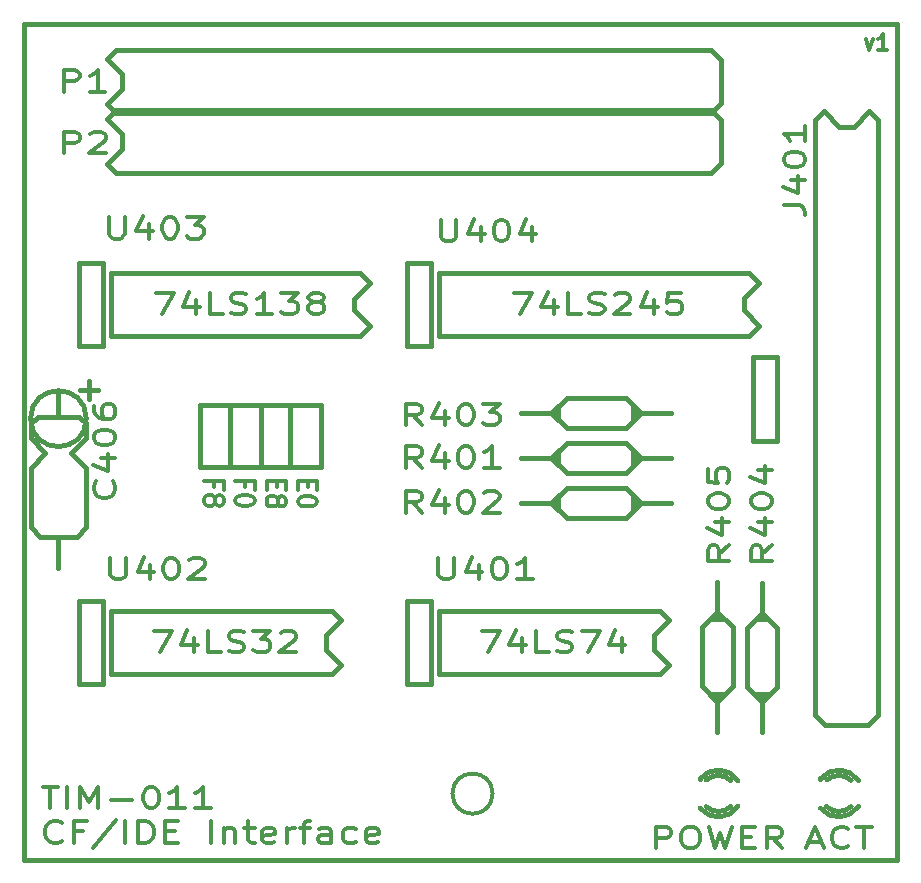
<source format=gbr>
%TF.GenerationSoftware,KiCad,Pcbnew,8.0.3*%
%TF.CreationDate,2024-07-01T23:59:29+01:00*%
%TF.ProjectId,TIMIDE,54494d49-4445-42e6-9b69-6361645f7063,rev?*%
%TF.SameCoordinates,Original*%
%TF.FileFunction,Legend,Top*%
%TF.FilePolarity,Positive*%
%FSLAX46Y46*%
G04 Gerber Fmt 4.6, Leading zero omitted, Abs format (unit mm)*
G04 Created by KiCad (PCBNEW 8.0.3) date 2024-07-01 23:59:29*
%MOMM*%
%LPD*%
G01*
G04 APERTURE LIST*
%ADD10C,0.400000*%
%ADD11C,0.300000*%
%ADD12C,0.360000*%
%ADD13C,0.120000*%
G04 APERTURE END LIST*
D10*
X50310000Y-38620000D02*
X124200000Y-38620000D01*
X124200000Y-109400000D01*
X50310000Y-109400000D01*
X50310000Y-38620000D01*
D11*
X74316275Y-77354510D02*
X74316275Y-77854510D01*
X73457227Y-78068796D02*
X73457227Y-77354510D01*
X73457227Y-77354510D02*
X75097227Y-77354510D01*
X75097227Y-77354510D02*
X75097227Y-78068796D01*
X75097227Y-78997368D02*
X75097227Y-79140225D01*
X75097227Y-79140225D02*
X75019132Y-79283082D01*
X75019132Y-79283082D02*
X74941037Y-79354511D01*
X74941037Y-79354511D02*
X74784846Y-79425939D01*
X74784846Y-79425939D02*
X74472465Y-79497368D01*
X74472465Y-79497368D02*
X74081989Y-79497368D01*
X74081989Y-79497368D02*
X73769608Y-79425939D01*
X73769608Y-79425939D02*
X73613418Y-79354511D01*
X73613418Y-79354511D02*
X73535323Y-79283082D01*
X73535323Y-79283082D02*
X73457227Y-79140225D01*
X73457227Y-79140225D02*
X73457227Y-78997368D01*
X73457227Y-78997368D02*
X73535323Y-78854511D01*
X73535323Y-78854511D02*
X73613418Y-78783082D01*
X73613418Y-78783082D02*
X73769608Y-78711653D01*
X73769608Y-78711653D02*
X74081989Y-78640225D01*
X74081989Y-78640225D02*
X74472465Y-78640225D01*
X74472465Y-78640225D02*
X74784846Y-78711653D01*
X74784846Y-78711653D02*
X74941037Y-78783082D01*
X74941037Y-78783082D02*
X75019132Y-78854511D01*
X75019132Y-78854511D02*
X75097227Y-78997368D01*
X71675967Y-77354510D02*
X71675967Y-77854510D01*
X70816919Y-78068796D02*
X70816919Y-77354510D01*
X70816919Y-77354510D02*
X72456919Y-77354510D01*
X72456919Y-77354510D02*
X72456919Y-78068796D01*
X71754062Y-78925939D02*
X71832157Y-78783082D01*
X71832157Y-78783082D02*
X71910253Y-78711653D01*
X71910253Y-78711653D02*
X72066443Y-78640225D01*
X72066443Y-78640225D02*
X72144538Y-78640225D01*
X72144538Y-78640225D02*
X72300729Y-78711653D01*
X72300729Y-78711653D02*
X72378824Y-78783082D01*
X72378824Y-78783082D02*
X72456919Y-78925939D01*
X72456919Y-78925939D02*
X72456919Y-79211653D01*
X72456919Y-79211653D02*
X72378824Y-79354511D01*
X72378824Y-79354511D02*
X72300729Y-79425939D01*
X72300729Y-79425939D02*
X72144538Y-79497368D01*
X72144538Y-79497368D02*
X72066443Y-79497368D01*
X72066443Y-79497368D02*
X71910253Y-79425939D01*
X71910253Y-79425939D02*
X71832157Y-79354511D01*
X71832157Y-79354511D02*
X71754062Y-79211653D01*
X71754062Y-79211653D02*
X71754062Y-78925939D01*
X71754062Y-78925939D02*
X71675967Y-78783082D01*
X71675967Y-78783082D02*
X71597872Y-78711653D01*
X71597872Y-78711653D02*
X71441681Y-78640225D01*
X71441681Y-78640225D02*
X71129300Y-78640225D01*
X71129300Y-78640225D02*
X70973110Y-78711653D01*
X70973110Y-78711653D02*
X70895015Y-78783082D01*
X70895015Y-78783082D02*
X70816919Y-78925939D01*
X70816919Y-78925939D02*
X70816919Y-79211653D01*
X70816919Y-79211653D02*
X70895015Y-79354511D01*
X70895015Y-79354511D02*
X70973110Y-79425939D01*
X70973110Y-79425939D02*
X71129300Y-79497368D01*
X71129300Y-79497368D02*
X71441681Y-79497368D01*
X71441681Y-79497368D02*
X71597872Y-79425939D01*
X71597872Y-79425939D02*
X71675967Y-79354511D01*
X71675967Y-79354511D02*
X71754062Y-79211653D01*
X69035659Y-77854510D02*
X69035659Y-77354510D01*
X68176611Y-77354510D02*
X69816611Y-77354510D01*
X69816611Y-77354510D02*
X69816611Y-78068796D01*
X69816611Y-78925939D02*
X69816611Y-79068796D01*
X69816611Y-79068796D02*
X69738516Y-79211653D01*
X69738516Y-79211653D02*
X69660421Y-79283082D01*
X69660421Y-79283082D02*
X69504230Y-79354510D01*
X69504230Y-79354510D02*
X69191849Y-79425939D01*
X69191849Y-79425939D02*
X68801373Y-79425939D01*
X68801373Y-79425939D02*
X68488992Y-79354510D01*
X68488992Y-79354510D02*
X68332802Y-79283082D01*
X68332802Y-79283082D02*
X68254707Y-79211653D01*
X68254707Y-79211653D02*
X68176611Y-79068796D01*
X68176611Y-79068796D02*
X68176611Y-78925939D01*
X68176611Y-78925939D02*
X68254707Y-78783082D01*
X68254707Y-78783082D02*
X68332802Y-78711653D01*
X68332802Y-78711653D02*
X68488992Y-78640224D01*
X68488992Y-78640224D02*
X68801373Y-78568796D01*
X68801373Y-78568796D02*
X69191849Y-78568796D01*
X69191849Y-78568796D02*
X69504230Y-78640224D01*
X69504230Y-78640224D02*
X69660421Y-78711653D01*
X69660421Y-78711653D02*
X69738516Y-78783082D01*
X69738516Y-78783082D02*
X69816611Y-78925939D01*
X66395351Y-77854510D02*
X66395351Y-77354510D01*
X65536303Y-77354510D02*
X67176303Y-77354510D01*
X67176303Y-77354510D02*
X67176303Y-78068796D01*
X66473446Y-78854510D02*
X66551541Y-78711653D01*
X66551541Y-78711653D02*
X66629637Y-78640224D01*
X66629637Y-78640224D02*
X66785827Y-78568796D01*
X66785827Y-78568796D02*
X66863922Y-78568796D01*
X66863922Y-78568796D02*
X67020113Y-78640224D01*
X67020113Y-78640224D02*
X67098208Y-78711653D01*
X67098208Y-78711653D02*
X67176303Y-78854510D01*
X67176303Y-78854510D02*
X67176303Y-79140224D01*
X67176303Y-79140224D02*
X67098208Y-79283082D01*
X67098208Y-79283082D02*
X67020113Y-79354510D01*
X67020113Y-79354510D02*
X66863922Y-79425939D01*
X66863922Y-79425939D02*
X66785827Y-79425939D01*
X66785827Y-79425939D02*
X66629637Y-79354510D01*
X66629637Y-79354510D02*
X66551541Y-79283082D01*
X66551541Y-79283082D02*
X66473446Y-79140224D01*
X66473446Y-79140224D02*
X66473446Y-78854510D01*
X66473446Y-78854510D02*
X66395351Y-78711653D01*
X66395351Y-78711653D02*
X66317256Y-78640224D01*
X66317256Y-78640224D02*
X66161065Y-78568796D01*
X66161065Y-78568796D02*
X65848684Y-78568796D01*
X65848684Y-78568796D02*
X65692494Y-78640224D01*
X65692494Y-78640224D02*
X65614399Y-78711653D01*
X65614399Y-78711653D02*
X65536303Y-78854510D01*
X65536303Y-78854510D02*
X65536303Y-79140224D01*
X65536303Y-79140224D02*
X65614399Y-79283082D01*
X65614399Y-79283082D02*
X65692494Y-79354510D01*
X65692494Y-79354510D02*
X65848684Y-79425939D01*
X65848684Y-79425939D02*
X66161065Y-79425939D01*
X66161065Y-79425939D02*
X66317256Y-79354510D01*
X66317256Y-79354510D02*
X66395351Y-79283082D01*
X66395351Y-79283082D02*
X66473446Y-79140224D01*
D12*
X51855889Y-103263095D02*
X53170175Y-103263095D01*
X52513032Y-105063095D02*
X52513032Y-103263095D01*
X53936842Y-105063095D02*
X53936842Y-103263095D01*
X55032080Y-105063095D02*
X55032080Y-103263095D01*
X55032080Y-103263095D02*
X55798746Y-104548809D01*
X55798746Y-104548809D02*
X56565413Y-103263095D01*
X56565413Y-103263095D02*
X56565413Y-105063095D01*
X57660651Y-104377381D02*
X59413032Y-104377381D01*
X60946365Y-103263095D02*
X61165412Y-103263095D01*
X61165412Y-103263095D02*
X61384460Y-103348809D01*
X61384460Y-103348809D02*
X61493984Y-103434523D01*
X61493984Y-103434523D02*
X61603508Y-103605952D01*
X61603508Y-103605952D02*
X61713031Y-103948809D01*
X61713031Y-103948809D02*
X61713031Y-104377381D01*
X61713031Y-104377381D02*
X61603508Y-104720238D01*
X61603508Y-104720238D02*
X61493984Y-104891666D01*
X61493984Y-104891666D02*
X61384460Y-104977381D01*
X61384460Y-104977381D02*
X61165412Y-105063095D01*
X61165412Y-105063095D02*
X60946365Y-105063095D01*
X60946365Y-105063095D02*
X60727317Y-104977381D01*
X60727317Y-104977381D02*
X60617793Y-104891666D01*
X60617793Y-104891666D02*
X60508270Y-104720238D01*
X60508270Y-104720238D02*
X60398746Y-104377381D01*
X60398746Y-104377381D02*
X60398746Y-103948809D01*
X60398746Y-103948809D02*
X60508270Y-103605952D01*
X60508270Y-103605952D02*
X60617793Y-103434523D01*
X60617793Y-103434523D02*
X60727317Y-103348809D01*
X60727317Y-103348809D02*
X60946365Y-103263095D01*
X63903507Y-105063095D02*
X62589222Y-105063095D01*
X63246365Y-105063095D02*
X63246365Y-103263095D01*
X63246365Y-103263095D02*
X63027317Y-103520238D01*
X63027317Y-103520238D02*
X62808269Y-103691666D01*
X62808269Y-103691666D02*
X62589222Y-103777381D01*
X66093983Y-105063095D02*
X64779698Y-105063095D01*
X65436841Y-105063095D02*
X65436841Y-103263095D01*
X65436841Y-103263095D02*
X65217793Y-103520238D01*
X65217793Y-103520238D02*
X64998745Y-103691666D01*
X64998745Y-103691666D02*
X64779698Y-103777381D01*
X53498746Y-107789565D02*
X53389222Y-107875280D01*
X53389222Y-107875280D02*
X53060651Y-107960994D01*
X53060651Y-107960994D02*
X52841603Y-107960994D01*
X52841603Y-107960994D02*
X52513032Y-107875280D01*
X52513032Y-107875280D02*
X52293984Y-107703851D01*
X52293984Y-107703851D02*
X52184461Y-107532422D01*
X52184461Y-107532422D02*
X52074937Y-107189565D01*
X52074937Y-107189565D02*
X52074937Y-106932422D01*
X52074937Y-106932422D02*
X52184461Y-106589565D01*
X52184461Y-106589565D02*
X52293984Y-106418137D01*
X52293984Y-106418137D02*
X52513032Y-106246708D01*
X52513032Y-106246708D02*
X52841603Y-106160994D01*
X52841603Y-106160994D02*
X53060651Y-106160994D01*
X53060651Y-106160994D02*
X53389222Y-106246708D01*
X53389222Y-106246708D02*
X53498746Y-106332422D01*
X55251127Y-107018137D02*
X54484461Y-107018137D01*
X54484461Y-107960994D02*
X54484461Y-106160994D01*
X54484461Y-106160994D02*
X55579699Y-106160994D01*
X58098747Y-106075280D02*
X56127318Y-108389565D01*
X58865414Y-107960994D02*
X58865414Y-106160994D01*
X59960652Y-107960994D02*
X59960652Y-106160994D01*
X59960652Y-106160994D02*
X60508271Y-106160994D01*
X60508271Y-106160994D02*
X60836842Y-106246708D01*
X60836842Y-106246708D02*
X61055890Y-106418137D01*
X61055890Y-106418137D02*
X61165413Y-106589565D01*
X61165413Y-106589565D02*
X61274937Y-106932422D01*
X61274937Y-106932422D02*
X61274937Y-107189565D01*
X61274937Y-107189565D02*
X61165413Y-107532422D01*
X61165413Y-107532422D02*
X61055890Y-107703851D01*
X61055890Y-107703851D02*
X60836842Y-107875280D01*
X60836842Y-107875280D02*
X60508271Y-107960994D01*
X60508271Y-107960994D02*
X59960652Y-107960994D01*
X62260652Y-107018137D02*
X63027318Y-107018137D01*
X63355890Y-107960994D02*
X62260652Y-107960994D01*
X62260652Y-107960994D02*
X62260652Y-106160994D01*
X62260652Y-106160994D02*
X63355890Y-106160994D01*
X66093985Y-107960994D02*
X66093985Y-106160994D01*
X67189223Y-106760994D02*
X67189223Y-107960994D01*
X67189223Y-106932422D02*
X67298746Y-106846708D01*
X67298746Y-106846708D02*
X67517794Y-106760994D01*
X67517794Y-106760994D02*
X67846365Y-106760994D01*
X67846365Y-106760994D02*
X68065413Y-106846708D01*
X68065413Y-106846708D02*
X68174937Y-107018137D01*
X68174937Y-107018137D02*
X68174937Y-107960994D01*
X68941603Y-106760994D02*
X69817794Y-106760994D01*
X69270175Y-106160994D02*
X69270175Y-107703851D01*
X69270175Y-107703851D02*
X69379698Y-107875280D01*
X69379698Y-107875280D02*
X69598746Y-107960994D01*
X69598746Y-107960994D02*
X69817794Y-107960994D01*
X71460651Y-107875280D02*
X71241603Y-107960994D01*
X71241603Y-107960994D02*
X70803508Y-107960994D01*
X70803508Y-107960994D02*
X70584461Y-107875280D01*
X70584461Y-107875280D02*
X70474937Y-107703851D01*
X70474937Y-107703851D02*
X70474937Y-107018137D01*
X70474937Y-107018137D02*
X70584461Y-106846708D01*
X70584461Y-106846708D02*
X70803508Y-106760994D01*
X70803508Y-106760994D02*
X71241603Y-106760994D01*
X71241603Y-106760994D02*
X71460651Y-106846708D01*
X71460651Y-106846708D02*
X71570175Y-107018137D01*
X71570175Y-107018137D02*
X71570175Y-107189565D01*
X71570175Y-107189565D02*
X70474937Y-107360994D01*
X72555890Y-107960994D02*
X72555890Y-106760994D01*
X72555890Y-107103851D02*
X72665413Y-106932422D01*
X72665413Y-106932422D02*
X72774937Y-106846708D01*
X72774937Y-106846708D02*
X72993985Y-106760994D01*
X72993985Y-106760994D02*
X73213032Y-106760994D01*
X73651128Y-106760994D02*
X74527319Y-106760994D01*
X73979700Y-107960994D02*
X73979700Y-106418137D01*
X73979700Y-106418137D02*
X74089223Y-106246708D01*
X74089223Y-106246708D02*
X74308271Y-106160994D01*
X74308271Y-106160994D02*
X74527319Y-106160994D01*
X76279700Y-107960994D02*
X76279700Y-107018137D01*
X76279700Y-107018137D02*
X76170176Y-106846708D01*
X76170176Y-106846708D02*
X75951128Y-106760994D01*
X75951128Y-106760994D02*
X75513033Y-106760994D01*
X75513033Y-106760994D02*
X75293986Y-106846708D01*
X76279700Y-107875280D02*
X76060652Y-107960994D01*
X76060652Y-107960994D02*
X75513033Y-107960994D01*
X75513033Y-107960994D02*
X75293986Y-107875280D01*
X75293986Y-107875280D02*
X75184462Y-107703851D01*
X75184462Y-107703851D02*
X75184462Y-107532422D01*
X75184462Y-107532422D02*
X75293986Y-107360994D01*
X75293986Y-107360994D02*
X75513033Y-107275280D01*
X75513033Y-107275280D02*
X76060652Y-107275280D01*
X76060652Y-107275280D02*
X76279700Y-107189565D01*
X78360652Y-107875280D02*
X78141604Y-107960994D01*
X78141604Y-107960994D02*
X77703509Y-107960994D01*
X77703509Y-107960994D02*
X77484461Y-107875280D01*
X77484461Y-107875280D02*
X77374938Y-107789565D01*
X77374938Y-107789565D02*
X77265414Y-107618137D01*
X77265414Y-107618137D02*
X77265414Y-107103851D01*
X77265414Y-107103851D02*
X77374938Y-106932422D01*
X77374938Y-106932422D02*
X77484461Y-106846708D01*
X77484461Y-106846708D02*
X77703509Y-106760994D01*
X77703509Y-106760994D02*
X78141604Y-106760994D01*
X78141604Y-106760994D02*
X78360652Y-106846708D01*
X80222557Y-107875280D02*
X80003509Y-107960994D01*
X80003509Y-107960994D02*
X79565414Y-107960994D01*
X79565414Y-107960994D02*
X79346367Y-107875280D01*
X79346367Y-107875280D02*
X79236843Y-107703851D01*
X79236843Y-107703851D02*
X79236843Y-107018137D01*
X79236843Y-107018137D02*
X79346367Y-106846708D01*
X79346367Y-106846708D02*
X79565414Y-106760994D01*
X79565414Y-106760994D02*
X80003509Y-106760994D01*
X80003509Y-106760994D02*
X80222557Y-106846708D01*
X80222557Y-106846708D02*
X80332081Y-107018137D01*
X80332081Y-107018137D02*
X80332081Y-107189565D01*
X80332081Y-107189565D02*
X79236843Y-107360994D01*
D11*
X121559775Y-39958638D02*
X121869299Y-40825304D01*
X121869299Y-40825304D02*
X122178822Y-39958638D01*
X123355013Y-40825304D02*
X122612156Y-40825304D01*
X122983584Y-40825304D02*
X122983584Y-39525304D01*
X122983584Y-39525304D02*
X122859775Y-39711019D01*
X122859775Y-39711019D02*
X122735965Y-39834828D01*
X122735965Y-39834828D02*
X122612156Y-39896733D01*
D12*
X85377143Y-83833994D02*
X85377143Y-85291137D01*
X85377143Y-85291137D02*
X85486666Y-85462565D01*
X85486666Y-85462565D02*
X85596190Y-85548280D01*
X85596190Y-85548280D02*
X85815238Y-85633994D01*
X85815238Y-85633994D02*
X86253333Y-85633994D01*
X86253333Y-85633994D02*
X86472381Y-85548280D01*
X86472381Y-85548280D02*
X86581904Y-85462565D01*
X86581904Y-85462565D02*
X86691428Y-85291137D01*
X86691428Y-85291137D02*
X86691428Y-83833994D01*
X88772381Y-84433994D02*
X88772381Y-85633994D01*
X88224762Y-83748280D02*
X87677143Y-85033994D01*
X87677143Y-85033994D02*
X89100952Y-85033994D01*
X90415238Y-83833994D02*
X90634285Y-83833994D01*
X90634285Y-83833994D02*
X90853333Y-83919708D01*
X90853333Y-83919708D02*
X90962857Y-84005422D01*
X90962857Y-84005422D02*
X91072381Y-84176851D01*
X91072381Y-84176851D02*
X91181904Y-84519708D01*
X91181904Y-84519708D02*
X91181904Y-84948280D01*
X91181904Y-84948280D02*
X91072381Y-85291137D01*
X91072381Y-85291137D02*
X90962857Y-85462565D01*
X90962857Y-85462565D02*
X90853333Y-85548280D01*
X90853333Y-85548280D02*
X90634285Y-85633994D01*
X90634285Y-85633994D02*
X90415238Y-85633994D01*
X90415238Y-85633994D02*
X90196190Y-85548280D01*
X90196190Y-85548280D02*
X90086666Y-85462565D01*
X90086666Y-85462565D02*
X89977143Y-85291137D01*
X89977143Y-85291137D02*
X89867619Y-84948280D01*
X89867619Y-84948280D02*
X89867619Y-84519708D01*
X89867619Y-84519708D02*
X89977143Y-84176851D01*
X89977143Y-84176851D02*
X90086666Y-84005422D01*
X90086666Y-84005422D02*
X90196190Y-83919708D01*
X90196190Y-83919708D02*
X90415238Y-83833994D01*
X93372380Y-85633994D02*
X92058095Y-85633994D01*
X92715238Y-85633994D02*
X92715238Y-83833994D01*
X92715238Y-83833994D02*
X92496190Y-84091137D01*
X92496190Y-84091137D02*
X92277142Y-84262565D01*
X92277142Y-84262565D02*
X92058095Y-84348280D01*
X89053929Y-90013994D02*
X90587262Y-90013994D01*
X90587262Y-90013994D02*
X89601548Y-91813994D01*
X92449167Y-90613994D02*
X92449167Y-91813994D01*
X91901548Y-89928280D02*
X91353929Y-91213994D01*
X91353929Y-91213994D02*
X92777738Y-91213994D01*
X94749167Y-91813994D02*
X93653929Y-91813994D01*
X93653929Y-91813994D02*
X93653929Y-90013994D01*
X95406310Y-91728280D02*
X95734881Y-91813994D01*
X95734881Y-91813994D02*
X96282500Y-91813994D01*
X96282500Y-91813994D02*
X96501548Y-91728280D01*
X96501548Y-91728280D02*
X96611072Y-91642565D01*
X96611072Y-91642565D02*
X96720595Y-91471137D01*
X96720595Y-91471137D02*
X96720595Y-91299708D01*
X96720595Y-91299708D02*
X96611072Y-91128280D01*
X96611072Y-91128280D02*
X96501548Y-91042565D01*
X96501548Y-91042565D02*
X96282500Y-90956851D01*
X96282500Y-90956851D02*
X95844405Y-90871137D01*
X95844405Y-90871137D02*
X95625357Y-90785422D01*
X95625357Y-90785422D02*
X95515834Y-90699708D01*
X95515834Y-90699708D02*
X95406310Y-90528280D01*
X95406310Y-90528280D02*
X95406310Y-90356851D01*
X95406310Y-90356851D02*
X95515834Y-90185422D01*
X95515834Y-90185422D02*
X95625357Y-90099708D01*
X95625357Y-90099708D02*
X95844405Y-90013994D01*
X95844405Y-90013994D02*
X96392024Y-90013994D01*
X96392024Y-90013994D02*
X96720595Y-90099708D01*
X97487262Y-90013994D02*
X99020595Y-90013994D01*
X99020595Y-90013994D02*
X98034881Y-91813994D01*
X100882500Y-90613994D02*
X100882500Y-91813994D01*
X100334881Y-89928280D02*
X99787262Y-91213994D01*
X99787262Y-91213994D02*
X101211071Y-91213994D01*
X113613994Y-82773809D02*
X112756851Y-83540475D01*
X113613994Y-84088094D02*
X111813994Y-84088094D01*
X111813994Y-84088094D02*
X111813994Y-83211904D01*
X111813994Y-83211904D02*
X111899708Y-82992856D01*
X111899708Y-82992856D02*
X111985422Y-82883333D01*
X111985422Y-82883333D02*
X112156851Y-82773809D01*
X112156851Y-82773809D02*
X112413994Y-82773809D01*
X112413994Y-82773809D02*
X112585422Y-82883333D01*
X112585422Y-82883333D02*
X112671137Y-82992856D01*
X112671137Y-82992856D02*
X112756851Y-83211904D01*
X112756851Y-83211904D02*
X112756851Y-84088094D01*
X112413994Y-80802380D02*
X113613994Y-80802380D01*
X111728280Y-81349999D02*
X113013994Y-81897618D01*
X113013994Y-81897618D02*
X113013994Y-80473809D01*
X111813994Y-79159523D02*
X111813994Y-78940476D01*
X111813994Y-78940476D02*
X111899708Y-78721428D01*
X111899708Y-78721428D02*
X111985422Y-78611904D01*
X111985422Y-78611904D02*
X112156851Y-78502380D01*
X112156851Y-78502380D02*
X112499708Y-78392857D01*
X112499708Y-78392857D02*
X112928280Y-78392857D01*
X112928280Y-78392857D02*
X113271137Y-78502380D01*
X113271137Y-78502380D02*
X113442565Y-78611904D01*
X113442565Y-78611904D02*
X113528280Y-78721428D01*
X113528280Y-78721428D02*
X113613994Y-78940476D01*
X113613994Y-78940476D02*
X113613994Y-79159523D01*
X113613994Y-79159523D02*
X113528280Y-79378571D01*
X113528280Y-79378571D02*
X113442565Y-79488095D01*
X113442565Y-79488095D02*
X113271137Y-79597618D01*
X113271137Y-79597618D02*
X112928280Y-79707142D01*
X112928280Y-79707142D02*
X112499708Y-79707142D01*
X112499708Y-79707142D02*
X112156851Y-79597618D01*
X112156851Y-79597618D02*
X111985422Y-79488095D01*
X111985422Y-79488095D02*
X111899708Y-79378571D01*
X111899708Y-79378571D02*
X111813994Y-79159523D01*
X112413994Y-76421428D02*
X113613994Y-76421428D01*
X111728280Y-76969047D02*
X113013994Y-77516666D01*
X113013994Y-77516666D02*
X113013994Y-76092857D01*
X53712381Y-49573994D02*
X53712381Y-47773994D01*
X53712381Y-47773994D02*
X54588571Y-47773994D01*
X54588571Y-47773994D02*
X54807619Y-47859708D01*
X54807619Y-47859708D02*
X54917142Y-47945422D01*
X54917142Y-47945422D02*
X55026666Y-48116851D01*
X55026666Y-48116851D02*
X55026666Y-48373994D01*
X55026666Y-48373994D02*
X54917142Y-48545422D01*
X54917142Y-48545422D02*
X54807619Y-48631137D01*
X54807619Y-48631137D02*
X54588571Y-48716851D01*
X54588571Y-48716851D02*
X53712381Y-48716851D01*
X55902857Y-47945422D02*
X56012381Y-47859708D01*
X56012381Y-47859708D02*
X56231428Y-47773994D01*
X56231428Y-47773994D02*
X56779047Y-47773994D01*
X56779047Y-47773994D02*
X56998095Y-47859708D01*
X56998095Y-47859708D02*
X57107619Y-47945422D01*
X57107619Y-47945422D02*
X57217142Y-48116851D01*
X57217142Y-48116851D02*
X57217142Y-48288280D01*
X57217142Y-48288280D02*
X57107619Y-48545422D01*
X57107619Y-48545422D02*
X55793333Y-49573994D01*
X55793333Y-49573994D02*
X57217142Y-49573994D01*
X85557143Y-55213994D02*
X85557143Y-56671137D01*
X85557143Y-56671137D02*
X85666666Y-56842565D01*
X85666666Y-56842565D02*
X85776190Y-56928280D01*
X85776190Y-56928280D02*
X85995238Y-57013994D01*
X85995238Y-57013994D02*
X86433333Y-57013994D01*
X86433333Y-57013994D02*
X86652381Y-56928280D01*
X86652381Y-56928280D02*
X86761904Y-56842565D01*
X86761904Y-56842565D02*
X86871428Y-56671137D01*
X86871428Y-56671137D02*
X86871428Y-55213994D01*
X88952381Y-55813994D02*
X88952381Y-57013994D01*
X88404762Y-55128280D02*
X87857143Y-56413994D01*
X87857143Y-56413994D02*
X89280952Y-56413994D01*
X90595238Y-55213994D02*
X90814285Y-55213994D01*
X90814285Y-55213994D02*
X91033333Y-55299708D01*
X91033333Y-55299708D02*
X91142857Y-55385422D01*
X91142857Y-55385422D02*
X91252381Y-55556851D01*
X91252381Y-55556851D02*
X91361904Y-55899708D01*
X91361904Y-55899708D02*
X91361904Y-56328280D01*
X91361904Y-56328280D02*
X91252381Y-56671137D01*
X91252381Y-56671137D02*
X91142857Y-56842565D01*
X91142857Y-56842565D02*
X91033333Y-56928280D01*
X91033333Y-56928280D02*
X90814285Y-57013994D01*
X90814285Y-57013994D02*
X90595238Y-57013994D01*
X90595238Y-57013994D02*
X90376190Y-56928280D01*
X90376190Y-56928280D02*
X90266666Y-56842565D01*
X90266666Y-56842565D02*
X90157143Y-56671137D01*
X90157143Y-56671137D02*
X90047619Y-56328280D01*
X90047619Y-56328280D02*
X90047619Y-55899708D01*
X90047619Y-55899708D02*
X90157143Y-55556851D01*
X90157143Y-55556851D02*
X90266666Y-55385422D01*
X90266666Y-55385422D02*
X90376190Y-55299708D01*
X90376190Y-55299708D02*
X90595238Y-55213994D01*
X93333333Y-55813994D02*
X93333333Y-57013994D01*
X92785714Y-55128280D02*
X92238095Y-56413994D01*
X92238095Y-56413994D02*
X93661904Y-56413994D01*
X91768691Y-61393994D02*
X93302024Y-61393994D01*
X93302024Y-61393994D02*
X92316310Y-63193994D01*
X95163929Y-61993994D02*
X95163929Y-63193994D01*
X94616310Y-61308280D02*
X94068691Y-62593994D01*
X94068691Y-62593994D02*
X95492500Y-62593994D01*
X97463929Y-63193994D02*
X96368691Y-63193994D01*
X96368691Y-63193994D02*
X96368691Y-61393994D01*
X98121072Y-63108280D02*
X98449643Y-63193994D01*
X98449643Y-63193994D02*
X98997262Y-63193994D01*
X98997262Y-63193994D02*
X99216310Y-63108280D01*
X99216310Y-63108280D02*
X99325834Y-63022565D01*
X99325834Y-63022565D02*
X99435357Y-62851137D01*
X99435357Y-62851137D02*
X99435357Y-62679708D01*
X99435357Y-62679708D02*
X99325834Y-62508280D01*
X99325834Y-62508280D02*
X99216310Y-62422565D01*
X99216310Y-62422565D02*
X98997262Y-62336851D01*
X98997262Y-62336851D02*
X98559167Y-62251137D01*
X98559167Y-62251137D02*
X98340119Y-62165422D01*
X98340119Y-62165422D02*
X98230596Y-62079708D01*
X98230596Y-62079708D02*
X98121072Y-61908280D01*
X98121072Y-61908280D02*
X98121072Y-61736851D01*
X98121072Y-61736851D02*
X98230596Y-61565422D01*
X98230596Y-61565422D02*
X98340119Y-61479708D01*
X98340119Y-61479708D02*
X98559167Y-61393994D01*
X98559167Y-61393994D02*
X99106786Y-61393994D01*
X99106786Y-61393994D02*
X99435357Y-61479708D01*
X100311548Y-61565422D02*
X100421072Y-61479708D01*
X100421072Y-61479708D02*
X100640119Y-61393994D01*
X100640119Y-61393994D02*
X101187738Y-61393994D01*
X101187738Y-61393994D02*
X101406786Y-61479708D01*
X101406786Y-61479708D02*
X101516310Y-61565422D01*
X101516310Y-61565422D02*
X101625833Y-61736851D01*
X101625833Y-61736851D02*
X101625833Y-61908280D01*
X101625833Y-61908280D02*
X101516310Y-62165422D01*
X101516310Y-62165422D02*
X100202024Y-63193994D01*
X100202024Y-63193994D02*
X101625833Y-63193994D01*
X103597262Y-61993994D02*
X103597262Y-63193994D01*
X103049643Y-61308280D02*
X102502024Y-62593994D01*
X102502024Y-62593994D02*
X103925833Y-62593994D01*
X105897262Y-61393994D02*
X104802024Y-61393994D01*
X104802024Y-61393994D02*
X104692500Y-62251137D01*
X104692500Y-62251137D02*
X104802024Y-62165422D01*
X104802024Y-62165422D02*
X105021071Y-62079708D01*
X105021071Y-62079708D02*
X105568690Y-62079708D01*
X105568690Y-62079708D02*
X105787738Y-62165422D01*
X105787738Y-62165422D02*
X105897262Y-62251137D01*
X105897262Y-62251137D02*
X106006785Y-62422565D01*
X106006785Y-62422565D02*
X106006785Y-62851137D01*
X106006785Y-62851137D02*
X105897262Y-63022565D01*
X105897262Y-63022565D02*
X105787738Y-63108280D01*
X105787738Y-63108280D02*
X105568690Y-63193994D01*
X105568690Y-63193994D02*
X105021071Y-63193994D01*
X105021071Y-63193994D02*
X104802024Y-63108280D01*
X104802024Y-63108280D02*
X104692500Y-63022565D01*
X103758096Y-108413994D02*
X103758096Y-106613994D01*
X103758096Y-106613994D02*
X104634286Y-106613994D01*
X104634286Y-106613994D02*
X104853334Y-106699708D01*
X104853334Y-106699708D02*
X104962857Y-106785422D01*
X104962857Y-106785422D02*
X105072381Y-106956851D01*
X105072381Y-106956851D02*
X105072381Y-107213994D01*
X105072381Y-107213994D02*
X104962857Y-107385422D01*
X104962857Y-107385422D02*
X104853334Y-107471137D01*
X104853334Y-107471137D02*
X104634286Y-107556851D01*
X104634286Y-107556851D02*
X103758096Y-107556851D01*
X106496191Y-106613994D02*
X106934286Y-106613994D01*
X106934286Y-106613994D02*
X107153334Y-106699708D01*
X107153334Y-106699708D02*
X107372381Y-106871137D01*
X107372381Y-106871137D02*
X107481905Y-107213994D01*
X107481905Y-107213994D02*
X107481905Y-107813994D01*
X107481905Y-107813994D02*
X107372381Y-108156851D01*
X107372381Y-108156851D02*
X107153334Y-108328280D01*
X107153334Y-108328280D02*
X106934286Y-108413994D01*
X106934286Y-108413994D02*
X106496191Y-108413994D01*
X106496191Y-108413994D02*
X106277143Y-108328280D01*
X106277143Y-108328280D02*
X106058096Y-108156851D01*
X106058096Y-108156851D02*
X105948572Y-107813994D01*
X105948572Y-107813994D02*
X105948572Y-107213994D01*
X105948572Y-107213994D02*
X106058096Y-106871137D01*
X106058096Y-106871137D02*
X106277143Y-106699708D01*
X106277143Y-106699708D02*
X106496191Y-106613994D01*
X108248572Y-106613994D02*
X108796191Y-108413994D01*
X108796191Y-108413994D02*
X109234286Y-107128280D01*
X109234286Y-107128280D02*
X109672381Y-108413994D01*
X109672381Y-108413994D02*
X110220001Y-106613994D01*
X111096191Y-107471137D02*
X111862857Y-107471137D01*
X112191429Y-108413994D02*
X111096191Y-108413994D01*
X111096191Y-108413994D02*
X111096191Y-106613994D01*
X111096191Y-106613994D02*
X112191429Y-106613994D01*
X114491428Y-108413994D02*
X113724762Y-107556851D01*
X113177143Y-108413994D02*
X113177143Y-106613994D01*
X113177143Y-106613994D02*
X114053333Y-106613994D01*
X114053333Y-106613994D02*
X114272381Y-106699708D01*
X114272381Y-106699708D02*
X114381904Y-106785422D01*
X114381904Y-106785422D02*
X114491428Y-106956851D01*
X114491428Y-106956851D02*
X114491428Y-107213994D01*
X114491428Y-107213994D02*
X114381904Y-107385422D01*
X114381904Y-107385422D02*
X114272381Y-107471137D01*
X114272381Y-107471137D02*
X114053333Y-107556851D01*
X114053333Y-107556851D02*
X113177143Y-107556851D01*
X57497143Y-55013994D02*
X57497143Y-56471137D01*
X57497143Y-56471137D02*
X57606666Y-56642565D01*
X57606666Y-56642565D02*
X57716190Y-56728280D01*
X57716190Y-56728280D02*
X57935238Y-56813994D01*
X57935238Y-56813994D02*
X58373333Y-56813994D01*
X58373333Y-56813994D02*
X58592381Y-56728280D01*
X58592381Y-56728280D02*
X58701904Y-56642565D01*
X58701904Y-56642565D02*
X58811428Y-56471137D01*
X58811428Y-56471137D02*
X58811428Y-55013994D01*
X60892381Y-55613994D02*
X60892381Y-56813994D01*
X60344762Y-54928280D02*
X59797143Y-56213994D01*
X59797143Y-56213994D02*
X61220952Y-56213994D01*
X62535238Y-55013994D02*
X62754285Y-55013994D01*
X62754285Y-55013994D02*
X62973333Y-55099708D01*
X62973333Y-55099708D02*
X63082857Y-55185422D01*
X63082857Y-55185422D02*
X63192381Y-55356851D01*
X63192381Y-55356851D02*
X63301904Y-55699708D01*
X63301904Y-55699708D02*
X63301904Y-56128280D01*
X63301904Y-56128280D02*
X63192381Y-56471137D01*
X63192381Y-56471137D02*
X63082857Y-56642565D01*
X63082857Y-56642565D02*
X62973333Y-56728280D01*
X62973333Y-56728280D02*
X62754285Y-56813994D01*
X62754285Y-56813994D02*
X62535238Y-56813994D01*
X62535238Y-56813994D02*
X62316190Y-56728280D01*
X62316190Y-56728280D02*
X62206666Y-56642565D01*
X62206666Y-56642565D02*
X62097143Y-56471137D01*
X62097143Y-56471137D02*
X61987619Y-56128280D01*
X61987619Y-56128280D02*
X61987619Y-55699708D01*
X61987619Y-55699708D02*
X62097143Y-55356851D01*
X62097143Y-55356851D02*
X62206666Y-55185422D01*
X62206666Y-55185422D02*
X62316190Y-55099708D01*
X62316190Y-55099708D02*
X62535238Y-55013994D01*
X64068571Y-55013994D02*
X65492380Y-55013994D01*
X65492380Y-55013994D02*
X64725714Y-55699708D01*
X64725714Y-55699708D02*
X65054285Y-55699708D01*
X65054285Y-55699708D02*
X65273333Y-55785422D01*
X65273333Y-55785422D02*
X65382857Y-55871137D01*
X65382857Y-55871137D02*
X65492380Y-56042565D01*
X65492380Y-56042565D02*
X65492380Y-56471137D01*
X65492380Y-56471137D02*
X65382857Y-56642565D01*
X65382857Y-56642565D02*
X65273333Y-56728280D01*
X65273333Y-56728280D02*
X65054285Y-56813994D01*
X65054285Y-56813994D02*
X64397142Y-56813994D01*
X64397142Y-56813994D02*
X64178095Y-56728280D01*
X64178095Y-56728280D02*
X64068571Y-56642565D01*
X61433691Y-61393994D02*
X62967024Y-61393994D01*
X62967024Y-61393994D02*
X61981310Y-63193994D01*
X64828929Y-61993994D02*
X64828929Y-63193994D01*
X64281310Y-61308280D02*
X63733691Y-62593994D01*
X63733691Y-62593994D02*
X65157500Y-62593994D01*
X67128929Y-63193994D02*
X66033691Y-63193994D01*
X66033691Y-63193994D02*
X66033691Y-61393994D01*
X67786072Y-63108280D02*
X68114643Y-63193994D01*
X68114643Y-63193994D02*
X68662262Y-63193994D01*
X68662262Y-63193994D02*
X68881310Y-63108280D01*
X68881310Y-63108280D02*
X68990834Y-63022565D01*
X68990834Y-63022565D02*
X69100357Y-62851137D01*
X69100357Y-62851137D02*
X69100357Y-62679708D01*
X69100357Y-62679708D02*
X68990834Y-62508280D01*
X68990834Y-62508280D02*
X68881310Y-62422565D01*
X68881310Y-62422565D02*
X68662262Y-62336851D01*
X68662262Y-62336851D02*
X68224167Y-62251137D01*
X68224167Y-62251137D02*
X68005119Y-62165422D01*
X68005119Y-62165422D02*
X67895596Y-62079708D01*
X67895596Y-62079708D02*
X67786072Y-61908280D01*
X67786072Y-61908280D02*
X67786072Y-61736851D01*
X67786072Y-61736851D02*
X67895596Y-61565422D01*
X67895596Y-61565422D02*
X68005119Y-61479708D01*
X68005119Y-61479708D02*
X68224167Y-61393994D01*
X68224167Y-61393994D02*
X68771786Y-61393994D01*
X68771786Y-61393994D02*
X69100357Y-61479708D01*
X71290833Y-63193994D02*
X69976548Y-63193994D01*
X70633691Y-63193994D02*
X70633691Y-61393994D01*
X70633691Y-61393994D02*
X70414643Y-61651137D01*
X70414643Y-61651137D02*
X70195595Y-61822565D01*
X70195595Y-61822565D02*
X69976548Y-61908280D01*
X72057500Y-61393994D02*
X73481309Y-61393994D01*
X73481309Y-61393994D02*
X72714643Y-62079708D01*
X72714643Y-62079708D02*
X73043214Y-62079708D01*
X73043214Y-62079708D02*
X73262262Y-62165422D01*
X73262262Y-62165422D02*
X73371786Y-62251137D01*
X73371786Y-62251137D02*
X73481309Y-62422565D01*
X73481309Y-62422565D02*
X73481309Y-62851137D01*
X73481309Y-62851137D02*
X73371786Y-63022565D01*
X73371786Y-63022565D02*
X73262262Y-63108280D01*
X73262262Y-63108280D02*
X73043214Y-63193994D01*
X73043214Y-63193994D02*
X72386071Y-63193994D01*
X72386071Y-63193994D02*
X72167024Y-63108280D01*
X72167024Y-63108280D02*
X72057500Y-63022565D01*
X74795595Y-62165422D02*
X74576547Y-62079708D01*
X74576547Y-62079708D02*
X74467024Y-61993994D01*
X74467024Y-61993994D02*
X74357500Y-61822565D01*
X74357500Y-61822565D02*
X74357500Y-61736851D01*
X74357500Y-61736851D02*
X74467024Y-61565422D01*
X74467024Y-61565422D02*
X74576547Y-61479708D01*
X74576547Y-61479708D02*
X74795595Y-61393994D01*
X74795595Y-61393994D02*
X75233690Y-61393994D01*
X75233690Y-61393994D02*
X75452738Y-61479708D01*
X75452738Y-61479708D02*
X75562262Y-61565422D01*
X75562262Y-61565422D02*
X75671785Y-61736851D01*
X75671785Y-61736851D02*
X75671785Y-61822565D01*
X75671785Y-61822565D02*
X75562262Y-61993994D01*
X75562262Y-61993994D02*
X75452738Y-62079708D01*
X75452738Y-62079708D02*
X75233690Y-62165422D01*
X75233690Y-62165422D02*
X74795595Y-62165422D01*
X74795595Y-62165422D02*
X74576547Y-62251137D01*
X74576547Y-62251137D02*
X74467024Y-62336851D01*
X74467024Y-62336851D02*
X74357500Y-62508280D01*
X74357500Y-62508280D02*
X74357500Y-62851137D01*
X74357500Y-62851137D02*
X74467024Y-63022565D01*
X74467024Y-63022565D02*
X74576547Y-63108280D01*
X74576547Y-63108280D02*
X74795595Y-63193994D01*
X74795595Y-63193994D02*
X75233690Y-63193994D01*
X75233690Y-63193994D02*
X75452738Y-63108280D01*
X75452738Y-63108280D02*
X75562262Y-63022565D01*
X75562262Y-63022565D02*
X75671785Y-62851137D01*
X75671785Y-62851137D02*
X75671785Y-62508280D01*
X75671785Y-62508280D02*
X75562262Y-62336851D01*
X75562262Y-62336851D02*
X75452738Y-62251137D01*
X75452738Y-62251137D02*
X75233690Y-62165422D01*
X114613994Y-53957142D02*
X115899708Y-53957142D01*
X115899708Y-53957142D02*
X116156851Y-54066665D01*
X116156851Y-54066665D02*
X116328280Y-54285713D01*
X116328280Y-54285713D02*
X116413994Y-54614284D01*
X116413994Y-54614284D02*
X116413994Y-54833332D01*
X115213994Y-51876189D02*
X116413994Y-51876189D01*
X114528280Y-52423808D02*
X115813994Y-52971427D01*
X115813994Y-52971427D02*
X115813994Y-51547618D01*
X114613994Y-50233332D02*
X114613994Y-50014285D01*
X114613994Y-50014285D02*
X114699708Y-49795237D01*
X114699708Y-49795237D02*
X114785422Y-49685713D01*
X114785422Y-49685713D02*
X114956851Y-49576189D01*
X114956851Y-49576189D02*
X115299708Y-49466666D01*
X115299708Y-49466666D02*
X115728280Y-49466666D01*
X115728280Y-49466666D02*
X116071137Y-49576189D01*
X116071137Y-49576189D02*
X116242565Y-49685713D01*
X116242565Y-49685713D02*
X116328280Y-49795237D01*
X116328280Y-49795237D02*
X116413994Y-50014285D01*
X116413994Y-50014285D02*
X116413994Y-50233332D01*
X116413994Y-50233332D02*
X116328280Y-50452380D01*
X116328280Y-50452380D02*
X116242565Y-50561904D01*
X116242565Y-50561904D02*
X116071137Y-50671427D01*
X116071137Y-50671427D02*
X115728280Y-50780951D01*
X115728280Y-50780951D02*
X115299708Y-50780951D01*
X115299708Y-50780951D02*
X114956851Y-50671427D01*
X114956851Y-50671427D02*
X114785422Y-50561904D01*
X114785422Y-50561904D02*
X114699708Y-50452380D01*
X114699708Y-50452380D02*
X114613994Y-50233332D01*
X116413994Y-47276190D02*
X116413994Y-48590475D01*
X116413994Y-47933332D02*
X114613994Y-47933332D01*
X114613994Y-47933332D02*
X114871137Y-48152380D01*
X114871137Y-48152380D02*
X115042565Y-48371428D01*
X115042565Y-48371428D02*
X115128280Y-48590475D01*
X116696190Y-107899708D02*
X117791428Y-107899708D01*
X116477142Y-108413994D02*
X117243809Y-106613994D01*
X117243809Y-106613994D02*
X118010475Y-108413994D01*
X120091428Y-108242565D02*
X119981904Y-108328280D01*
X119981904Y-108328280D02*
X119653333Y-108413994D01*
X119653333Y-108413994D02*
X119434285Y-108413994D01*
X119434285Y-108413994D02*
X119105714Y-108328280D01*
X119105714Y-108328280D02*
X118886666Y-108156851D01*
X118886666Y-108156851D02*
X118777143Y-107985422D01*
X118777143Y-107985422D02*
X118667619Y-107642565D01*
X118667619Y-107642565D02*
X118667619Y-107385422D01*
X118667619Y-107385422D02*
X118777143Y-107042565D01*
X118777143Y-107042565D02*
X118886666Y-106871137D01*
X118886666Y-106871137D02*
X119105714Y-106699708D01*
X119105714Y-106699708D02*
X119434285Y-106613994D01*
X119434285Y-106613994D02*
X119653333Y-106613994D01*
X119653333Y-106613994D02*
X119981904Y-106699708D01*
X119981904Y-106699708D02*
X120091428Y-106785422D01*
X120748571Y-106613994D02*
X122062857Y-106613994D01*
X121405714Y-108413994D02*
X121405714Y-106613994D01*
X57842529Y-77373809D02*
X57928244Y-77483333D01*
X57928244Y-77483333D02*
X58013958Y-77811904D01*
X58013958Y-77811904D02*
X58013958Y-78030952D01*
X58013958Y-78030952D02*
X57928244Y-78359523D01*
X57928244Y-78359523D02*
X57756815Y-78578571D01*
X57756815Y-78578571D02*
X57585386Y-78688094D01*
X57585386Y-78688094D02*
X57242529Y-78797618D01*
X57242529Y-78797618D02*
X56985386Y-78797618D01*
X56985386Y-78797618D02*
X56642529Y-78688094D01*
X56642529Y-78688094D02*
X56471101Y-78578571D01*
X56471101Y-78578571D02*
X56299672Y-78359523D01*
X56299672Y-78359523D02*
X56213958Y-78030952D01*
X56213958Y-78030952D02*
X56213958Y-77811904D01*
X56213958Y-77811904D02*
X56299672Y-77483333D01*
X56299672Y-77483333D02*
X56385386Y-77373809D01*
X56813958Y-75402380D02*
X58013958Y-75402380D01*
X56128244Y-75949999D02*
X57413958Y-76497618D01*
X57413958Y-76497618D02*
X57413958Y-75073809D01*
X56213958Y-73759523D02*
X56213958Y-73540476D01*
X56213958Y-73540476D02*
X56299672Y-73321428D01*
X56299672Y-73321428D02*
X56385386Y-73211904D01*
X56385386Y-73211904D02*
X56556815Y-73102380D01*
X56556815Y-73102380D02*
X56899672Y-72992857D01*
X56899672Y-72992857D02*
X57328244Y-72992857D01*
X57328244Y-72992857D02*
X57671101Y-73102380D01*
X57671101Y-73102380D02*
X57842529Y-73211904D01*
X57842529Y-73211904D02*
X57928244Y-73321428D01*
X57928244Y-73321428D02*
X58013958Y-73540476D01*
X58013958Y-73540476D02*
X58013958Y-73759523D01*
X58013958Y-73759523D02*
X57928244Y-73978571D01*
X57928244Y-73978571D02*
X57842529Y-74088095D01*
X57842529Y-74088095D02*
X57671101Y-74197618D01*
X57671101Y-74197618D02*
X57328244Y-74307142D01*
X57328244Y-74307142D02*
X56899672Y-74307142D01*
X56899672Y-74307142D02*
X56556815Y-74197618D01*
X56556815Y-74197618D02*
X56385386Y-74088095D01*
X56385386Y-74088095D02*
X56299672Y-73978571D01*
X56299672Y-73978571D02*
X56213958Y-73759523D01*
X56213958Y-71021428D02*
X56213958Y-71459523D01*
X56213958Y-71459523D02*
X56299672Y-71678571D01*
X56299672Y-71678571D02*
X56385386Y-71788095D01*
X56385386Y-71788095D02*
X56642529Y-72007142D01*
X56642529Y-72007142D02*
X56985386Y-72116666D01*
X56985386Y-72116666D02*
X57671101Y-72116666D01*
X57671101Y-72116666D02*
X57842529Y-72007142D01*
X57842529Y-72007142D02*
X57928244Y-71897619D01*
X57928244Y-71897619D02*
X58013958Y-71678571D01*
X58013958Y-71678571D02*
X58013958Y-71240476D01*
X58013958Y-71240476D02*
X57928244Y-71021428D01*
X57928244Y-71021428D02*
X57842529Y-70911904D01*
X57842529Y-70911904D02*
X57671101Y-70802381D01*
X57671101Y-70802381D02*
X57242529Y-70802381D01*
X57242529Y-70802381D02*
X57071101Y-70911904D01*
X57071101Y-70911904D02*
X56985386Y-71021428D01*
X56985386Y-71021428D02*
X56899672Y-71240476D01*
X56899672Y-71240476D02*
X56899672Y-71678571D01*
X56899672Y-71678571D02*
X56985386Y-71897619D01*
X56985386Y-71897619D02*
X57071101Y-72007142D01*
X57071101Y-72007142D02*
X57242529Y-72116666D01*
D10*
X54991047Y-69637533D02*
X56514857Y-69637533D01*
X55752952Y-70399438D02*
X55752952Y-68875628D01*
D12*
X83976190Y-72613994D02*
X83209524Y-71756851D01*
X82661905Y-72613994D02*
X82661905Y-70813994D01*
X82661905Y-70813994D02*
X83538095Y-70813994D01*
X83538095Y-70813994D02*
X83757143Y-70899708D01*
X83757143Y-70899708D02*
X83866666Y-70985422D01*
X83866666Y-70985422D02*
X83976190Y-71156851D01*
X83976190Y-71156851D02*
X83976190Y-71413994D01*
X83976190Y-71413994D02*
X83866666Y-71585422D01*
X83866666Y-71585422D02*
X83757143Y-71671137D01*
X83757143Y-71671137D02*
X83538095Y-71756851D01*
X83538095Y-71756851D02*
X82661905Y-71756851D01*
X85947619Y-71413994D02*
X85947619Y-72613994D01*
X85400000Y-70728280D02*
X84852381Y-72013994D01*
X84852381Y-72013994D02*
X86276190Y-72013994D01*
X87590476Y-70813994D02*
X87809523Y-70813994D01*
X87809523Y-70813994D02*
X88028571Y-70899708D01*
X88028571Y-70899708D02*
X88138095Y-70985422D01*
X88138095Y-70985422D02*
X88247619Y-71156851D01*
X88247619Y-71156851D02*
X88357142Y-71499708D01*
X88357142Y-71499708D02*
X88357142Y-71928280D01*
X88357142Y-71928280D02*
X88247619Y-72271137D01*
X88247619Y-72271137D02*
X88138095Y-72442565D01*
X88138095Y-72442565D02*
X88028571Y-72528280D01*
X88028571Y-72528280D02*
X87809523Y-72613994D01*
X87809523Y-72613994D02*
X87590476Y-72613994D01*
X87590476Y-72613994D02*
X87371428Y-72528280D01*
X87371428Y-72528280D02*
X87261904Y-72442565D01*
X87261904Y-72442565D02*
X87152381Y-72271137D01*
X87152381Y-72271137D02*
X87042857Y-71928280D01*
X87042857Y-71928280D02*
X87042857Y-71499708D01*
X87042857Y-71499708D02*
X87152381Y-71156851D01*
X87152381Y-71156851D02*
X87261904Y-70985422D01*
X87261904Y-70985422D02*
X87371428Y-70899708D01*
X87371428Y-70899708D02*
X87590476Y-70813994D01*
X89123809Y-70813994D02*
X90547618Y-70813994D01*
X90547618Y-70813994D02*
X89780952Y-71499708D01*
X89780952Y-71499708D02*
X90109523Y-71499708D01*
X90109523Y-71499708D02*
X90328571Y-71585422D01*
X90328571Y-71585422D02*
X90438095Y-71671137D01*
X90438095Y-71671137D02*
X90547618Y-71842565D01*
X90547618Y-71842565D02*
X90547618Y-72271137D01*
X90547618Y-72271137D02*
X90438095Y-72442565D01*
X90438095Y-72442565D02*
X90328571Y-72528280D01*
X90328571Y-72528280D02*
X90109523Y-72613994D01*
X90109523Y-72613994D02*
X89452380Y-72613994D01*
X89452380Y-72613994D02*
X89233333Y-72528280D01*
X89233333Y-72528280D02*
X89123809Y-72442565D01*
X57597143Y-83833994D02*
X57597143Y-85291137D01*
X57597143Y-85291137D02*
X57706666Y-85462565D01*
X57706666Y-85462565D02*
X57816190Y-85548280D01*
X57816190Y-85548280D02*
X58035238Y-85633994D01*
X58035238Y-85633994D02*
X58473333Y-85633994D01*
X58473333Y-85633994D02*
X58692381Y-85548280D01*
X58692381Y-85548280D02*
X58801904Y-85462565D01*
X58801904Y-85462565D02*
X58911428Y-85291137D01*
X58911428Y-85291137D02*
X58911428Y-83833994D01*
X60992381Y-84433994D02*
X60992381Y-85633994D01*
X60444762Y-83748280D02*
X59897143Y-85033994D01*
X59897143Y-85033994D02*
X61320952Y-85033994D01*
X62635238Y-83833994D02*
X62854285Y-83833994D01*
X62854285Y-83833994D02*
X63073333Y-83919708D01*
X63073333Y-83919708D02*
X63182857Y-84005422D01*
X63182857Y-84005422D02*
X63292381Y-84176851D01*
X63292381Y-84176851D02*
X63401904Y-84519708D01*
X63401904Y-84519708D02*
X63401904Y-84948280D01*
X63401904Y-84948280D02*
X63292381Y-85291137D01*
X63292381Y-85291137D02*
X63182857Y-85462565D01*
X63182857Y-85462565D02*
X63073333Y-85548280D01*
X63073333Y-85548280D02*
X62854285Y-85633994D01*
X62854285Y-85633994D02*
X62635238Y-85633994D01*
X62635238Y-85633994D02*
X62416190Y-85548280D01*
X62416190Y-85548280D02*
X62306666Y-85462565D01*
X62306666Y-85462565D02*
X62197143Y-85291137D01*
X62197143Y-85291137D02*
X62087619Y-84948280D01*
X62087619Y-84948280D02*
X62087619Y-84519708D01*
X62087619Y-84519708D02*
X62197143Y-84176851D01*
X62197143Y-84176851D02*
X62306666Y-84005422D01*
X62306666Y-84005422D02*
X62416190Y-83919708D01*
X62416190Y-83919708D02*
X62635238Y-83833994D01*
X64278095Y-84005422D02*
X64387619Y-83919708D01*
X64387619Y-83919708D02*
X64606666Y-83833994D01*
X64606666Y-83833994D02*
X65154285Y-83833994D01*
X65154285Y-83833994D02*
X65373333Y-83919708D01*
X65373333Y-83919708D02*
X65482857Y-84005422D01*
X65482857Y-84005422D02*
X65592380Y-84176851D01*
X65592380Y-84176851D02*
X65592380Y-84348280D01*
X65592380Y-84348280D02*
X65482857Y-84605422D01*
X65482857Y-84605422D02*
X64168571Y-85633994D01*
X64168571Y-85633994D02*
X65592380Y-85633994D01*
X61273929Y-90013994D02*
X62807262Y-90013994D01*
X62807262Y-90013994D02*
X61821548Y-91813994D01*
X64669167Y-90613994D02*
X64669167Y-91813994D01*
X64121548Y-89928280D02*
X63573929Y-91213994D01*
X63573929Y-91213994D02*
X64997738Y-91213994D01*
X66969167Y-91813994D02*
X65873929Y-91813994D01*
X65873929Y-91813994D02*
X65873929Y-90013994D01*
X67626310Y-91728280D02*
X67954881Y-91813994D01*
X67954881Y-91813994D02*
X68502500Y-91813994D01*
X68502500Y-91813994D02*
X68721548Y-91728280D01*
X68721548Y-91728280D02*
X68831072Y-91642565D01*
X68831072Y-91642565D02*
X68940595Y-91471137D01*
X68940595Y-91471137D02*
X68940595Y-91299708D01*
X68940595Y-91299708D02*
X68831072Y-91128280D01*
X68831072Y-91128280D02*
X68721548Y-91042565D01*
X68721548Y-91042565D02*
X68502500Y-90956851D01*
X68502500Y-90956851D02*
X68064405Y-90871137D01*
X68064405Y-90871137D02*
X67845357Y-90785422D01*
X67845357Y-90785422D02*
X67735834Y-90699708D01*
X67735834Y-90699708D02*
X67626310Y-90528280D01*
X67626310Y-90528280D02*
X67626310Y-90356851D01*
X67626310Y-90356851D02*
X67735834Y-90185422D01*
X67735834Y-90185422D02*
X67845357Y-90099708D01*
X67845357Y-90099708D02*
X68064405Y-90013994D01*
X68064405Y-90013994D02*
X68612024Y-90013994D01*
X68612024Y-90013994D02*
X68940595Y-90099708D01*
X69707262Y-90013994D02*
X71131071Y-90013994D01*
X71131071Y-90013994D02*
X70364405Y-90699708D01*
X70364405Y-90699708D02*
X70692976Y-90699708D01*
X70692976Y-90699708D02*
X70912024Y-90785422D01*
X70912024Y-90785422D02*
X71021548Y-90871137D01*
X71021548Y-90871137D02*
X71131071Y-91042565D01*
X71131071Y-91042565D02*
X71131071Y-91471137D01*
X71131071Y-91471137D02*
X71021548Y-91642565D01*
X71021548Y-91642565D02*
X70912024Y-91728280D01*
X70912024Y-91728280D02*
X70692976Y-91813994D01*
X70692976Y-91813994D02*
X70035833Y-91813994D01*
X70035833Y-91813994D02*
X69816786Y-91728280D01*
X69816786Y-91728280D02*
X69707262Y-91642565D01*
X72007262Y-90185422D02*
X72116786Y-90099708D01*
X72116786Y-90099708D02*
X72335833Y-90013994D01*
X72335833Y-90013994D02*
X72883452Y-90013994D01*
X72883452Y-90013994D02*
X73102500Y-90099708D01*
X73102500Y-90099708D02*
X73212024Y-90185422D01*
X73212024Y-90185422D02*
X73321547Y-90356851D01*
X73321547Y-90356851D02*
X73321547Y-90528280D01*
X73321547Y-90528280D02*
X73212024Y-90785422D01*
X73212024Y-90785422D02*
X71897738Y-91813994D01*
X71897738Y-91813994D02*
X73321547Y-91813994D01*
X53672381Y-44373994D02*
X53672381Y-42573994D01*
X53672381Y-42573994D02*
X54548571Y-42573994D01*
X54548571Y-42573994D02*
X54767619Y-42659708D01*
X54767619Y-42659708D02*
X54877142Y-42745422D01*
X54877142Y-42745422D02*
X54986666Y-42916851D01*
X54986666Y-42916851D02*
X54986666Y-43173994D01*
X54986666Y-43173994D02*
X54877142Y-43345422D01*
X54877142Y-43345422D02*
X54767619Y-43431137D01*
X54767619Y-43431137D02*
X54548571Y-43516851D01*
X54548571Y-43516851D02*
X53672381Y-43516851D01*
X57177142Y-44373994D02*
X55862857Y-44373994D01*
X56520000Y-44373994D02*
X56520000Y-42573994D01*
X56520000Y-42573994D02*
X56300952Y-42831137D01*
X56300952Y-42831137D02*
X56081904Y-43002565D01*
X56081904Y-43002565D02*
X55862857Y-43088280D01*
X83976190Y-76213994D02*
X83209524Y-75356851D01*
X82661905Y-76213994D02*
X82661905Y-74413994D01*
X82661905Y-74413994D02*
X83538095Y-74413994D01*
X83538095Y-74413994D02*
X83757143Y-74499708D01*
X83757143Y-74499708D02*
X83866666Y-74585422D01*
X83866666Y-74585422D02*
X83976190Y-74756851D01*
X83976190Y-74756851D02*
X83976190Y-75013994D01*
X83976190Y-75013994D02*
X83866666Y-75185422D01*
X83866666Y-75185422D02*
X83757143Y-75271137D01*
X83757143Y-75271137D02*
X83538095Y-75356851D01*
X83538095Y-75356851D02*
X82661905Y-75356851D01*
X85947619Y-75013994D02*
X85947619Y-76213994D01*
X85400000Y-74328280D02*
X84852381Y-75613994D01*
X84852381Y-75613994D02*
X86276190Y-75613994D01*
X87590476Y-74413994D02*
X87809523Y-74413994D01*
X87809523Y-74413994D02*
X88028571Y-74499708D01*
X88028571Y-74499708D02*
X88138095Y-74585422D01*
X88138095Y-74585422D02*
X88247619Y-74756851D01*
X88247619Y-74756851D02*
X88357142Y-75099708D01*
X88357142Y-75099708D02*
X88357142Y-75528280D01*
X88357142Y-75528280D02*
X88247619Y-75871137D01*
X88247619Y-75871137D02*
X88138095Y-76042565D01*
X88138095Y-76042565D02*
X88028571Y-76128280D01*
X88028571Y-76128280D02*
X87809523Y-76213994D01*
X87809523Y-76213994D02*
X87590476Y-76213994D01*
X87590476Y-76213994D02*
X87371428Y-76128280D01*
X87371428Y-76128280D02*
X87261904Y-76042565D01*
X87261904Y-76042565D02*
X87152381Y-75871137D01*
X87152381Y-75871137D02*
X87042857Y-75528280D01*
X87042857Y-75528280D02*
X87042857Y-75099708D01*
X87042857Y-75099708D02*
X87152381Y-74756851D01*
X87152381Y-74756851D02*
X87261904Y-74585422D01*
X87261904Y-74585422D02*
X87371428Y-74499708D01*
X87371428Y-74499708D02*
X87590476Y-74413994D01*
X90547618Y-76213994D02*
X89233333Y-76213994D01*
X89890476Y-76213994D02*
X89890476Y-74413994D01*
X89890476Y-74413994D02*
X89671428Y-74671137D01*
X89671428Y-74671137D02*
X89452380Y-74842565D01*
X89452380Y-74842565D02*
X89233333Y-74928280D01*
X83976190Y-80013994D02*
X83209524Y-79156851D01*
X82661905Y-80013994D02*
X82661905Y-78213994D01*
X82661905Y-78213994D02*
X83538095Y-78213994D01*
X83538095Y-78213994D02*
X83757143Y-78299708D01*
X83757143Y-78299708D02*
X83866666Y-78385422D01*
X83866666Y-78385422D02*
X83976190Y-78556851D01*
X83976190Y-78556851D02*
X83976190Y-78813994D01*
X83976190Y-78813994D02*
X83866666Y-78985422D01*
X83866666Y-78985422D02*
X83757143Y-79071137D01*
X83757143Y-79071137D02*
X83538095Y-79156851D01*
X83538095Y-79156851D02*
X82661905Y-79156851D01*
X85947619Y-78813994D02*
X85947619Y-80013994D01*
X85400000Y-78128280D02*
X84852381Y-79413994D01*
X84852381Y-79413994D02*
X86276190Y-79413994D01*
X87590476Y-78213994D02*
X87809523Y-78213994D01*
X87809523Y-78213994D02*
X88028571Y-78299708D01*
X88028571Y-78299708D02*
X88138095Y-78385422D01*
X88138095Y-78385422D02*
X88247619Y-78556851D01*
X88247619Y-78556851D02*
X88357142Y-78899708D01*
X88357142Y-78899708D02*
X88357142Y-79328280D01*
X88357142Y-79328280D02*
X88247619Y-79671137D01*
X88247619Y-79671137D02*
X88138095Y-79842565D01*
X88138095Y-79842565D02*
X88028571Y-79928280D01*
X88028571Y-79928280D02*
X87809523Y-80013994D01*
X87809523Y-80013994D02*
X87590476Y-80013994D01*
X87590476Y-80013994D02*
X87371428Y-79928280D01*
X87371428Y-79928280D02*
X87261904Y-79842565D01*
X87261904Y-79842565D02*
X87152381Y-79671137D01*
X87152381Y-79671137D02*
X87042857Y-79328280D01*
X87042857Y-79328280D02*
X87042857Y-78899708D01*
X87042857Y-78899708D02*
X87152381Y-78556851D01*
X87152381Y-78556851D02*
X87261904Y-78385422D01*
X87261904Y-78385422D02*
X87371428Y-78299708D01*
X87371428Y-78299708D02*
X87590476Y-78213994D01*
X89233333Y-78385422D02*
X89342857Y-78299708D01*
X89342857Y-78299708D02*
X89561904Y-78213994D01*
X89561904Y-78213994D02*
X90109523Y-78213994D01*
X90109523Y-78213994D02*
X90328571Y-78299708D01*
X90328571Y-78299708D02*
X90438095Y-78385422D01*
X90438095Y-78385422D02*
X90547618Y-78556851D01*
X90547618Y-78556851D02*
X90547618Y-78728280D01*
X90547618Y-78728280D02*
X90438095Y-78985422D01*
X90438095Y-78985422D02*
X89123809Y-80013994D01*
X89123809Y-80013994D02*
X90547618Y-80013994D01*
X110013994Y-82773809D02*
X109156851Y-83540475D01*
X110013994Y-84088094D02*
X108213994Y-84088094D01*
X108213994Y-84088094D02*
X108213994Y-83211904D01*
X108213994Y-83211904D02*
X108299708Y-82992856D01*
X108299708Y-82992856D02*
X108385422Y-82883333D01*
X108385422Y-82883333D02*
X108556851Y-82773809D01*
X108556851Y-82773809D02*
X108813994Y-82773809D01*
X108813994Y-82773809D02*
X108985422Y-82883333D01*
X108985422Y-82883333D02*
X109071137Y-82992856D01*
X109071137Y-82992856D02*
X109156851Y-83211904D01*
X109156851Y-83211904D02*
X109156851Y-84088094D01*
X108813994Y-80802380D02*
X110013994Y-80802380D01*
X108128280Y-81349999D02*
X109413994Y-81897618D01*
X109413994Y-81897618D02*
X109413994Y-80473809D01*
X108213994Y-79159523D02*
X108213994Y-78940476D01*
X108213994Y-78940476D02*
X108299708Y-78721428D01*
X108299708Y-78721428D02*
X108385422Y-78611904D01*
X108385422Y-78611904D02*
X108556851Y-78502380D01*
X108556851Y-78502380D02*
X108899708Y-78392857D01*
X108899708Y-78392857D02*
X109328280Y-78392857D01*
X109328280Y-78392857D02*
X109671137Y-78502380D01*
X109671137Y-78502380D02*
X109842565Y-78611904D01*
X109842565Y-78611904D02*
X109928280Y-78721428D01*
X109928280Y-78721428D02*
X110013994Y-78940476D01*
X110013994Y-78940476D02*
X110013994Y-79159523D01*
X110013994Y-79159523D02*
X109928280Y-79378571D01*
X109928280Y-79378571D02*
X109842565Y-79488095D01*
X109842565Y-79488095D02*
X109671137Y-79597618D01*
X109671137Y-79597618D02*
X109328280Y-79707142D01*
X109328280Y-79707142D02*
X108899708Y-79707142D01*
X108899708Y-79707142D02*
X108556851Y-79597618D01*
X108556851Y-79597618D02*
X108385422Y-79488095D01*
X108385422Y-79488095D02*
X108299708Y-79378571D01*
X108299708Y-79378571D02*
X108213994Y-79159523D01*
X108213994Y-76311904D02*
X108213994Y-77407142D01*
X108213994Y-77407142D02*
X109071137Y-77516666D01*
X109071137Y-77516666D02*
X108985422Y-77407142D01*
X108985422Y-77407142D02*
X108899708Y-77188095D01*
X108899708Y-77188095D02*
X108899708Y-76640476D01*
X108899708Y-76640476D02*
X108985422Y-76421428D01*
X108985422Y-76421428D02*
X109071137Y-76311904D01*
X109071137Y-76311904D02*
X109242565Y-76202381D01*
X109242565Y-76202381D02*
X109671137Y-76202381D01*
X109671137Y-76202381D02*
X109842565Y-76311904D01*
X109842565Y-76311904D02*
X109928280Y-76421428D01*
X109928280Y-76421428D02*
X110013994Y-76640476D01*
X110013994Y-76640476D02*
X110013994Y-77188095D01*
X110013994Y-77188095D02*
X109928280Y-77407142D01*
X109928280Y-77407142D02*
X109842565Y-77516666D01*
%TO.C,C401*%
D10*
X82680000Y-94520000D02*
X84720000Y-94520000D01*
X84720000Y-87480000D01*
X82680000Y-87480000D01*
X82680000Y-94520000D01*
%TO.C,U401*%
X85450000Y-88360000D02*
X85450000Y-93660000D01*
X85450000Y-93660000D02*
X103350000Y-93660000D01*
X103350000Y-88360000D02*
X85450000Y-88360000D01*
X103350000Y-88360000D02*
X104120000Y-88360000D01*
X103350000Y-93660000D02*
X104120000Y-93660000D01*
X103620000Y-90360000D02*
X103620000Y-91660000D01*
X104120000Y-88360000D02*
X104870000Y-89110000D01*
X104120000Y-93660000D02*
X104870000Y-92910000D01*
X104870000Y-89110000D02*
X103620000Y-90360000D01*
X104870000Y-92910000D02*
X103620000Y-91660000D01*
%TO.C,R404*%
X111520000Y-94780000D02*
X111520000Y-89760000D01*
X112800000Y-85940000D02*
X112800000Y-88480000D01*
X112800000Y-88480000D02*
X111520000Y-89760000D01*
X112800000Y-88480000D02*
X114080000Y-89760000D01*
X112800000Y-96060000D02*
X111520000Y-94780000D01*
X112800000Y-96060000D02*
X114080000Y-94780000D01*
D13*
X112800000Y-97560000D02*
X112800000Y-96870000D01*
D10*
X112800000Y-98600000D02*
X112800000Y-96060000D01*
X114080000Y-94780000D02*
X114080000Y-89760000D01*
D11*
X113440000Y-89120000D02*
X112160000Y-89120000D01*
X112800000Y-88480000D01*
X113440000Y-89120000D01*
G36*
X113440000Y-89120000D02*
G01*
X112160000Y-89120000D01*
X112800000Y-88480000D01*
X113440000Y-89120000D01*
G37*
X112800000Y-96060000D02*
X112160000Y-95420000D01*
X113440000Y-95420000D01*
X112800000Y-96060000D01*
G36*
X112800000Y-96060000D02*
G01*
X112160000Y-95420000D01*
X113440000Y-95420000D01*
X112800000Y-96060000D01*
G37*
%TO.C,C404*%
D10*
X82680000Y-65900000D02*
X84720000Y-65900000D01*
X84720000Y-58860000D01*
X82680000Y-58860000D01*
X82680000Y-65900000D01*
D12*
%TO.C,H401*%
X89959100Y-103810900D02*
G75*
G02*
X86559100Y-103810900I-1700000J0D01*
G01*
X86559100Y-103810900D02*
G75*
G02*
X89959100Y-103810900I1700000J0D01*
G01*
D10*
%TO.C,P2*%
X57316000Y-46681500D02*
X58606000Y-47971500D01*
X57316000Y-50536500D02*
X58606000Y-49246500D01*
X58086000Y-45911500D02*
X57316000Y-46681500D01*
X58086000Y-51306500D02*
X57316000Y-50536500D01*
X58606000Y-49246500D02*
X58606000Y-47971500D01*
X101136000Y-45911500D02*
X58086000Y-45911500D01*
X101136000Y-45911500D02*
X108416000Y-45911500D01*
X101136000Y-51306500D02*
X58086000Y-51306500D01*
X101136000Y-51306500D02*
X108416000Y-51306500D01*
X108416000Y-45911500D02*
X109283500Y-46779000D01*
X108416000Y-51306500D02*
X109283500Y-50439000D01*
X109283500Y-46779000D02*
X109283500Y-50439000D01*
%TO.C,U404*%
X85430000Y-59740000D02*
X85430000Y-65040000D01*
X85430000Y-65040000D02*
X110950000Y-65040000D01*
X110950000Y-59740000D02*
X85430000Y-59740000D01*
X110950000Y-59740000D02*
X111630000Y-59740000D01*
X110950000Y-65040000D02*
X111630000Y-65040000D01*
X111210000Y-61880000D02*
X111210000Y-62900000D01*
X111630000Y-59740000D02*
X112490000Y-60600000D01*
X111630000Y-65040000D02*
X112490000Y-64180000D01*
X112490000Y-60600000D02*
X111210000Y-61880000D01*
X112490000Y-64180000D02*
X111210000Y-62900000D01*
%TO.C,D402*%
X107510000Y-102579000D02*
X107510000Y-102564484D01*
D13*
X107510000Y-104880000D02*
X107510000Y-105036000D01*
D10*
X107510000Y-102564484D02*
G75*
G02*
X110742335Y-102721392I1560000J-1235516D01*
G01*
X108054001Y-102657001D02*
G75*
G02*
X110131453Y-102699083I1015999J-1142999D01*
G01*
X110111013Y-104903836D02*
G75*
G02*
X108028922Y-104903999I-1041130J1079833D01*
G01*
X110742335Y-104878608D02*
G75*
G02*
X107510000Y-105035516I-1672335J1078608D01*
G01*
%TO.C,U403*%
X57630000Y-59740000D02*
X57630000Y-65040000D01*
X57630000Y-65040000D02*
X78070000Y-65040000D01*
X78070000Y-59740000D02*
X57630000Y-59740000D01*
X78070000Y-59740000D02*
X78750000Y-59740000D01*
X78070000Y-65040000D02*
X78750000Y-65040000D01*
X78250000Y-61940000D02*
X78250000Y-62840000D01*
X78750000Y-59740000D02*
X79600000Y-60590000D01*
X78750000Y-65040000D02*
X79600000Y-64190000D01*
X79600000Y-60590000D02*
X78250000Y-61940000D01*
X79600000Y-64190000D02*
X78250000Y-62840000D01*
%TO.C,J402*%
X65190000Y-70930000D02*
X65190000Y-76130000D01*
X67740000Y-70930000D02*
X67740000Y-76130000D01*
X70340000Y-70930000D02*
X70340000Y-76130000D01*
X72810000Y-70930000D02*
X72810000Y-76130000D01*
X75470000Y-70930000D02*
X65190000Y-70930000D01*
X75470000Y-70930000D02*
X75470000Y-76130000D01*
X75470000Y-76130000D02*
X65190000Y-76130000D01*
%TO.C,J401*%
X117232500Y-46810000D02*
X118002500Y-46040000D01*
X117232500Y-89860000D02*
X117232500Y-46810000D01*
X117232500Y-89860000D02*
X117232500Y-97140000D01*
X117232500Y-97140000D02*
X118100000Y-98007500D01*
X118002500Y-46040000D02*
X119292500Y-47330000D01*
X119292500Y-47330000D02*
X120567500Y-47330000D01*
X121760000Y-98007500D02*
X118100000Y-98007500D01*
X121857500Y-46040000D02*
X120567500Y-47330000D01*
X122627500Y-46810000D02*
X121857500Y-46040000D01*
X122627500Y-89860000D02*
X122627500Y-46810000D01*
X122627500Y-89860000D02*
X122627500Y-97140000D01*
X122627500Y-97140000D02*
X121760000Y-98007500D01*
%TO.C,C402*%
X54920000Y-94520000D02*
X56960000Y-94520000D01*
X56960000Y-87480000D01*
X54920000Y-87480000D01*
X54920000Y-94520000D01*
%TO.C,D401*%
X117710000Y-102579000D02*
X117710000Y-102564484D01*
D13*
X117710000Y-104880000D02*
X117710000Y-105036000D01*
D10*
X117710000Y-102564484D02*
G75*
G02*
X120942335Y-102721392I1560000J-1235516D01*
G01*
X118254001Y-102657001D02*
G75*
G02*
X120331453Y-102699083I1015999J-1142999D01*
G01*
X120311013Y-104903836D02*
G75*
G02*
X118228922Y-104903999I-1041130J1079833D01*
G01*
X120942335Y-104878608D02*
G75*
G02*
X117710000Y-105035516I-1672335J1078608D01*
G01*
%TO.C,C406*%
X50851700Y-76205000D02*
X52101700Y-74955000D01*
X50851700Y-81245000D02*
X50851700Y-76205000D01*
X50891700Y-72455000D02*
X51441700Y-71905000D01*
X50891700Y-73745000D02*
X50891700Y-72455000D01*
X51441700Y-71905000D02*
X53631700Y-71905000D01*
X51661700Y-82055000D02*
X50851700Y-81245000D01*
X52101700Y-74955000D02*
X50891700Y-73745000D01*
X53201700Y-69705000D02*
X53201700Y-71905000D01*
X53201700Y-82055000D02*
X51661700Y-82055000D01*
X53201700Y-82055000D02*
X54741700Y-82055000D01*
X53201700Y-84695000D02*
X53201700Y-82055000D01*
X54301700Y-74955000D02*
X55511700Y-73745000D01*
X54741700Y-82055000D02*
X55551700Y-81245000D01*
X54961700Y-71905000D02*
X53601700Y-71905000D01*
X55511700Y-72455000D02*
X54961700Y-71905000D01*
X55511700Y-73745000D02*
X55511700Y-72455000D01*
X55551700Y-76205000D02*
X54301700Y-74955000D01*
X55551700Y-81245000D02*
X55551700Y-76205000D01*
X55561701Y-72065000D02*
G75*
G02*
X50838227Y-72065000I-2361737J0D01*
G01*
X50838227Y-72065000D02*
G75*
G02*
X55561701Y-72065000I2361737J0D01*
G01*
%TO.C,C403*%
X54920000Y-65900000D02*
X56960000Y-65900000D01*
X56960000Y-58860000D01*
X54920000Y-58860000D01*
X54920000Y-65900000D01*
%TO.C,R403*%
X92400000Y-71600000D02*
X94940000Y-71600000D01*
D13*
X93440000Y-71600000D02*
X94130000Y-71600000D01*
D10*
X94940000Y-71600000D02*
X96220000Y-70320000D01*
X94940000Y-71600000D02*
X96220000Y-72880000D01*
X96220000Y-70320000D02*
X101240000Y-70320000D01*
X96220000Y-72880000D02*
X101240000Y-72880000D01*
X102520000Y-71600000D02*
X101240000Y-70320000D01*
X102520000Y-71600000D02*
X101240000Y-72880000D01*
X105060000Y-71600000D02*
X102520000Y-71600000D01*
D11*
X95580000Y-72240000D02*
X94940000Y-71600000D01*
X95580000Y-70960000D01*
X95580000Y-72240000D01*
G36*
X95580000Y-72240000D02*
G01*
X94940000Y-71600000D01*
X95580000Y-70960000D01*
X95580000Y-72240000D01*
G37*
X102520000Y-71600000D02*
X101880000Y-72240000D01*
X101880000Y-70960000D01*
X102520000Y-71600000D01*
G36*
X102520000Y-71600000D02*
G01*
X101880000Y-72240000D01*
X101880000Y-70960000D01*
X102520000Y-71600000D01*
G37*
D10*
%TO.C,U402*%
X57670000Y-88360000D02*
X57670000Y-93660000D01*
X57670000Y-93660000D02*
X75570000Y-93660000D01*
X75570000Y-88360000D02*
X57670000Y-88360000D01*
X75570000Y-88360000D02*
X76340000Y-88360000D01*
X75570000Y-93660000D02*
X76340000Y-93660000D01*
X75840000Y-90360000D02*
X75840000Y-91660000D01*
X76340000Y-88360000D02*
X77090000Y-89110000D01*
X76340000Y-93660000D02*
X77090000Y-92910000D01*
X77090000Y-89110000D02*
X75840000Y-90360000D01*
X77090000Y-92910000D02*
X75840000Y-91660000D01*
%TO.C,P1*%
X57310000Y-41592500D02*
X58600000Y-42882500D01*
X57310000Y-45447500D02*
X58600000Y-44157500D01*
X58080000Y-40822500D02*
X57310000Y-41592500D01*
X58080000Y-46217500D02*
X57310000Y-45447500D01*
X58600000Y-44157500D02*
X58600000Y-42882500D01*
X101130000Y-40822500D02*
X58080000Y-40822500D01*
X101130000Y-40822500D02*
X108410000Y-40822500D01*
X101130000Y-46217500D02*
X58080000Y-46217500D01*
X101130000Y-46217500D02*
X108410000Y-46217500D01*
X108410000Y-40822500D02*
X109277500Y-41690000D01*
X108410000Y-46217500D02*
X109277500Y-45350000D01*
X109277500Y-41690000D02*
X109277500Y-45350000D01*
%TO.C,R401*%
X92400000Y-75400000D02*
X94940000Y-75400000D01*
D13*
X93440000Y-75400000D02*
X94130000Y-75400000D01*
D10*
X94940000Y-75400000D02*
X96220000Y-74120000D01*
X94940000Y-75400000D02*
X96220000Y-76680000D01*
X96220000Y-74120000D02*
X101240000Y-74120000D01*
X96220000Y-76680000D02*
X101240000Y-76680000D01*
X102520000Y-75400000D02*
X101240000Y-74120000D01*
X102520000Y-75400000D02*
X101240000Y-76680000D01*
X105060000Y-75400000D02*
X102520000Y-75400000D01*
D11*
X95580000Y-76040000D02*
X94940000Y-75400000D01*
X95580000Y-74760000D01*
X95580000Y-76040000D01*
G36*
X95580000Y-76040000D02*
G01*
X94940000Y-75400000D01*
X95580000Y-74760000D01*
X95580000Y-76040000D01*
G37*
X102520000Y-75400000D02*
X101880000Y-76040000D01*
X101880000Y-74760000D01*
X102520000Y-75400000D01*
G36*
X102520000Y-75400000D02*
G01*
X101880000Y-76040000D01*
X101880000Y-74760000D01*
X102520000Y-75400000D01*
G37*
D10*
%TO.C,R402*%
X92400000Y-79200000D02*
X94940000Y-79200000D01*
D13*
X93440000Y-79200000D02*
X94130000Y-79200000D01*
D10*
X94940000Y-79200000D02*
X96220000Y-77920000D01*
X94940000Y-79200000D02*
X96220000Y-80480000D01*
X96220000Y-77920000D02*
X101240000Y-77920000D01*
X96220000Y-80480000D02*
X101240000Y-80480000D01*
X102520000Y-79200000D02*
X101240000Y-77920000D01*
X102520000Y-79200000D02*
X101240000Y-80480000D01*
X105060000Y-79200000D02*
X102520000Y-79200000D01*
D11*
X95580000Y-79840000D02*
X94940000Y-79200000D01*
X95580000Y-78560000D01*
X95580000Y-79840000D01*
G36*
X95580000Y-79840000D02*
G01*
X94940000Y-79200000D01*
X95580000Y-78560000D01*
X95580000Y-79840000D01*
G37*
X102520000Y-79200000D02*
X101880000Y-79840000D01*
X101880000Y-78560000D01*
X102520000Y-79200000D01*
G36*
X102520000Y-79200000D02*
G01*
X101880000Y-79840000D01*
X101880000Y-78560000D01*
X102520000Y-79200000D01*
G37*
D10*
%TO.C,R405*%
X107720000Y-89720000D02*
X107720000Y-94740000D01*
X109000000Y-85900000D02*
X109000000Y-88440000D01*
D13*
X109000000Y-86940000D02*
X109000000Y-87630000D01*
D10*
X109000000Y-88440000D02*
X107720000Y-89720000D01*
X109000000Y-88440000D02*
X110280000Y-89720000D01*
X109000000Y-96020000D02*
X107720000Y-94740000D01*
X109000000Y-96020000D02*
X110280000Y-94740000D01*
X109000000Y-98560000D02*
X109000000Y-96020000D01*
X110280000Y-89720000D02*
X110280000Y-94740000D01*
D11*
X109640000Y-89080000D02*
X108360000Y-89080000D01*
X109000000Y-88440000D01*
X109640000Y-89080000D01*
G36*
X109640000Y-89080000D02*
G01*
X108360000Y-89080000D01*
X109000000Y-88440000D01*
X109640000Y-89080000D01*
G37*
X109000000Y-96020000D02*
X108360000Y-95380000D01*
X109640000Y-95380000D01*
X109000000Y-96020000D01*
G36*
X109000000Y-96020000D02*
G01*
X108360000Y-95380000D01*
X109640000Y-95380000D01*
X109000000Y-96020000D01*
G37*
%TO.C,C405*%
D10*
X111980000Y-73920000D02*
X114020000Y-73920000D01*
X114020000Y-66880000D01*
X111980000Y-66880000D01*
X111980000Y-73920000D01*
%TD*%
M02*

</source>
